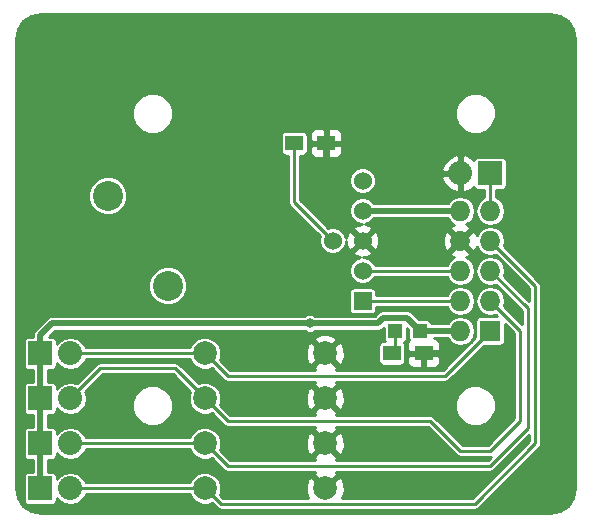
<source format=gtl>
G04 #@! TF.FileFunction,Copper,L1,Top,Signal*
%FSLAX46Y46*%
G04 Gerber Fmt 4.6, Leading zero omitted, Abs format (unit mm)*
G04 Created by KiCad (PCBNEW 4.0.1-stable) date 3/24/2016 2:30:21 AM*
%MOMM*%
G01*
G04 APERTURE LIST*
%ADD10C,0.200000*%
%ADD11C,1.524000*%
%ADD12R,1.524000X1.524000*%
%ADD13C,2.540000*%
%ADD14R,1.500000X1.300000*%
%ADD15R,2.032000X2.032000*%
%ADD16O,2.032000X2.032000*%
%ADD17R,1.727200X1.727200*%
%ADD18O,1.727200X1.727200*%
%ADD19C,1.727200*%
%ADD20C,1.998980*%
%ADD21R,1.198880X1.198880*%
%ADD22C,0.800000*%
%ADD23C,0.508000*%
%ADD24C,0.254000*%
%ADD25C,0.250000*%
G04 APERTURE END LIST*
D10*
D11*
X154305000Y-95885000D03*
D12*
X156845000Y-100965000D03*
D11*
X156845000Y-98425000D03*
X156845000Y-95885000D03*
X156845000Y-93345000D03*
X156845000Y-90805000D03*
D13*
X135255000Y-92075000D03*
X140335000Y-99695000D03*
D14*
X153750000Y-87630000D03*
X151050000Y-87630000D03*
D15*
X129540000Y-116840000D03*
D16*
X132080000Y-116840000D03*
D15*
X129540000Y-113030000D03*
D16*
X132080000Y-113030000D03*
D15*
X129540000Y-109220000D03*
D16*
X132080000Y-109220000D03*
D15*
X129540000Y-105410000D03*
D16*
X132080000Y-105410000D03*
D17*
X167640000Y-103505000D03*
D18*
X165100000Y-103505000D03*
X167640000Y-100965000D03*
X165100000Y-100965000D03*
X167640000Y-98425000D03*
X165100000Y-98425000D03*
X167640000Y-95885000D03*
D19*
X165100000Y-95885000D02*
X165100000Y-95885000D01*
D18*
X167640000Y-93345000D03*
X165100000Y-93345000D03*
D15*
X167640000Y-90170000D03*
D16*
X165100000Y-90170000D03*
D20*
X143510000Y-116840000D03*
X153670000Y-116840000D03*
X143510000Y-113030000D03*
X153670000Y-113030000D03*
X143510000Y-109220000D03*
X153670000Y-109220000D03*
X143510000Y-105410000D03*
X153670000Y-105410000D03*
D21*
X159605980Y-103505000D03*
X161704020Y-103505000D03*
D14*
X162005000Y-105410000D03*
X159305000Y-105410000D03*
D22*
X163830000Y-105410000D03*
X152400000Y-102870000D03*
D23*
X153750000Y-87630000D02*
X153750000Y-92790000D01*
X153750000Y-92790000D02*
X156845000Y-95885000D01*
X162005000Y-105410000D02*
X163830000Y-105410000D01*
D24*
X151050000Y-87630000D02*
X151050000Y-92630000D01*
X151050000Y-92630000D02*
X154305000Y-95885000D01*
X156845000Y-100965000D02*
X165100000Y-100965000D01*
X156845000Y-98425000D02*
X165100000Y-98425000D01*
D23*
X161704020Y-103505000D02*
X160596578Y-102397560D01*
X160596578Y-102397560D02*
X158587440Y-102397560D01*
X129540000Y-105410000D02*
X129540000Y-103886000D01*
X129540000Y-103886000D02*
X130556000Y-102870000D01*
X130556000Y-102870000D02*
X151765000Y-102870000D01*
X151765000Y-102870000D02*
X152400000Y-102870000D01*
X158587440Y-102397560D02*
X158115000Y-102870000D01*
X158115000Y-102870000D02*
X152400000Y-102870000D01*
X129540000Y-113030000D02*
X129540000Y-116840000D01*
X129540000Y-109220000D02*
X129540000Y-113030000D01*
X129540000Y-105410000D02*
X129540000Y-109220000D01*
X161704020Y-103505000D02*
X165100000Y-103505000D01*
D25*
X143510000Y-116840000D02*
X144834491Y-118164491D01*
X166315509Y-118164491D02*
X171450000Y-113030000D01*
X144834491Y-118164491D02*
X166315509Y-118164491D01*
X171450000Y-113030000D02*
X171450000Y-99695000D01*
X171450000Y-99695000D02*
X167640000Y-95885000D01*
X132080000Y-116840000D02*
X143510000Y-116840000D01*
X143510000Y-113030000D02*
X145415000Y-114935000D01*
X145415000Y-114935000D02*
X167640000Y-114935000D01*
X167640000Y-114935000D02*
X170815000Y-111760000D01*
X170815000Y-111760000D02*
X170815000Y-101600000D01*
X170815000Y-101600000D02*
X167640000Y-98425000D01*
X132080000Y-113030000D02*
X143510000Y-113030000D01*
X143510000Y-109220000D02*
X145415000Y-111125000D01*
X165100000Y-113665000D02*
X167640000Y-113665000D01*
X167640000Y-113665000D02*
X170180000Y-111125000D01*
X145415000Y-111125000D02*
X162560000Y-111125000D01*
X162560000Y-111125000D02*
X165100000Y-113665000D01*
X170180000Y-103505000D02*
X168503599Y-101828599D01*
X168503599Y-101828599D02*
X167640000Y-100965000D01*
X170180000Y-111125000D02*
X170180000Y-103505000D01*
X134620000Y-106680000D02*
X140970000Y-106680000D01*
X140970000Y-106680000D02*
X143510000Y-109220000D01*
X132080000Y-109220000D02*
X134620000Y-106680000D01*
X143510000Y-105410000D02*
X145415000Y-107315000D01*
X145415000Y-107315000D02*
X163830000Y-107315000D01*
X163830000Y-107315000D02*
X167640000Y-103505000D01*
X132080000Y-105410000D02*
X143510000Y-105410000D01*
D24*
X167640000Y-93345000D02*
X167640000Y-90170000D01*
X159605980Y-103505000D02*
X159605980Y-105109020D01*
X159605980Y-105109020D02*
X159305000Y-105410000D01*
D23*
X156845000Y-93345000D02*
X165100000Y-93345000D01*
D24*
G36*
X173514094Y-76822888D02*
X174187293Y-77272707D01*
X174637112Y-77945906D01*
X174804000Y-78784911D01*
X174804000Y-116795089D01*
X174637112Y-117634094D01*
X174187293Y-118307293D01*
X173514094Y-118757112D01*
X172675089Y-118924000D01*
X129584911Y-118924000D01*
X128745906Y-118757112D01*
X128072707Y-118307293D01*
X127622888Y-117634094D01*
X127456000Y-116795089D01*
X127456000Y-104394000D01*
X128135536Y-104394000D01*
X128135536Y-106426000D01*
X128162103Y-106567190D01*
X128245546Y-106696865D01*
X128372866Y-106783859D01*
X128524000Y-106814464D01*
X128905000Y-106814464D01*
X128905000Y-107815536D01*
X128524000Y-107815536D01*
X128382810Y-107842103D01*
X128253135Y-107925546D01*
X128166141Y-108052866D01*
X128135536Y-108204000D01*
X128135536Y-110236000D01*
X128162103Y-110377190D01*
X128245546Y-110506865D01*
X128372866Y-110593859D01*
X128524000Y-110624464D01*
X128905000Y-110624464D01*
X128905000Y-111625536D01*
X128524000Y-111625536D01*
X128382810Y-111652103D01*
X128253135Y-111735546D01*
X128166141Y-111862866D01*
X128135536Y-112014000D01*
X128135536Y-114046000D01*
X128162103Y-114187190D01*
X128245546Y-114316865D01*
X128372866Y-114403859D01*
X128524000Y-114434464D01*
X128905000Y-114434464D01*
X128905000Y-115435536D01*
X128524000Y-115435536D01*
X128382810Y-115462103D01*
X128253135Y-115545546D01*
X128166141Y-115672866D01*
X128135536Y-115824000D01*
X128135536Y-117856000D01*
X128162103Y-117997190D01*
X128245546Y-118126865D01*
X128372866Y-118213859D01*
X128524000Y-118244464D01*
X130556000Y-118244464D01*
X130697190Y-118217897D01*
X130826865Y-118134454D01*
X130913859Y-118007134D01*
X130944464Y-117856000D01*
X130944464Y-117647728D01*
X131064803Y-117827828D01*
X131518022Y-118130660D01*
X132052631Y-118237000D01*
X132107369Y-118237000D01*
X132641978Y-118130660D01*
X133095197Y-117827828D01*
X133398029Y-117374609D01*
X133403720Y-117346000D01*
X142225383Y-117346000D01*
X142338995Y-117620963D01*
X142726994Y-118009640D01*
X143234199Y-118220249D01*
X143783392Y-118220729D01*
X144060598Y-118106190D01*
X144476695Y-118522287D01*
X144640853Y-118631974D01*
X144834491Y-118670491D01*
X166315509Y-118670491D01*
X166509147Y-118631974D01*
X166673305Y-118522287D01*
X171807796Y-113387796D01*
X171917483Y-113223638D01*
X171956000Y-113030000D01*
X171956000Y-99695000D01*
X171917483Y-99501362D01*
X171807796Y-99337204D01*
X168800877Y-96330285D01*
X168884600Y-95909383D01*
X168884600Y-95860617D01*
X168789860Y-95384329D01*
X168520065Y-94980552D01*
X168116288Y-94710757D01*
X167640000Y-94616017D01*
X167163712Y-94710757D01*
X166759935Y-94980552D01*
X166493939Y-95378644D01*
X166382680Y-95110059D01*
X166132954Y-95031652D01*
X165279605Y-95885000D01*
X166133415Y-96738810D01*
X166382688Y-96659947D01*
X166487221Y-96370998D01*
X166490140Y-96385671D01*
X166759935Y-96789448D01*
X167163712Y-97059243D01*
X167640000Y-97153983D01*
X168101577Y-97062169D01*
X170944000Y-99904592D01*
X170944000Y-101013408D01*
X168800877Y-98870285D01*
X168884600Y-98449383D01*
X168884600Y-98400617D01*
X168789860Y-97924329D01*
X168520065Y-97520552D01*
X168116288Y-97250757D01*
X167640000Y-97156017D01*
X167163712Y-97250757D01*
X166759935Y-97520552D01*
X166490140Y-97924329D01*
X166395400Y-98400617D01*
X166395400Y-98449383D01*
X166490140Y-98925671D01*
X166759935Y-99329448D01*
X167163712Y-99599243D01*
X167640000Y-99693983D01*
X168101577Y-99602169D01*
X170309000Y-101809592D01*
X170309000Y-102918408D01*
X168800877Y-101410285D01*
X168884600Y-100989383D01*
X168884600Y-100940617D01*
X168789860Y-100464329D01*
X168520065Y-100060552D01*
X168116288Y-99790757D01*
X167640000Y-99696017D01*
X167163712Y-99790757D01*
X166759935Y-100060552D01*
X166490140Y-100464329D01*
X166395400Y-100940617D01*
X166395400Y-100989383D01*
X166490140Y-101465671D01*
X166759935Y-101869448D01*
X167163712Y-102139243D01*
X167640000Y-102233983D01*
X168101577Y-102142169D01*
X168212344Y-102252936D01*
X166776400Y-102252936D01*
X166635210Y-102279503D01*
X166505535Y-102362946D01*
X166418541Y-102490266D01*
X166387936Y-102641400D01*
X166387936Y-104041472D01*
X163620408Y-106809000D01*
X154551336Y-106809000D01*
X154642557Y-106562163D01*
X153670000Y-105589605D01*
X152697443Y-106562163D01*
X152788664Y-106809000D01*
X145624592Y-106809000D01*
X144776157Y-105960565D01*
X144890249Y-105685801D01*
X144890721Y-105145582D01*
X152024599Y-105145582D01*
X152048659Y-105795377D01*
X152251035Y-106283958D01*
X152517837Y-106382557D01*
X153490395Y-105410000D01*
X153849605Y-105410000D01*
X154822163Y-106382557D01*
X155088965Y-106283958D01*
X155315401Y-105674418D01*
X155291341Y-105024623D01*
X155088965Y-104536042D01*
X154822163Y-104437443D01*
X153849605Y-105410000D01*
X153490395Y-105410000D01*
X152517837Y-104437443D01*
X152251035Y-104536042D01*
X152024599Y-105145582D01*
X144890721Y-105145582D01*
X144890729Y-105136608D01*
X144681005Y-104629037D01*
X144310453Y-104257837D01*
X152697443Y-104257837D01*
X153670000Y-105230395D01*
X154642557Y-104257837D01*
X154543958Y-103991035D01*
X153934418Y-103764599D01*
X153284623Y-103788659D01*
X152796042Y-103991035D01*
X152697443Y-104257837D01*
X144310453Y-104257837D01*
X144293006Y-104240360D01*
X143785801Y-104029751D01*
X143236608Y-104029271D01*
X142729037Y-104238995D01*
X142340360Y-104626994D01*
X142225338Y-104904000D01*
X133403720Y-104904000D01*
X133398029Y-104875391D01*
X133095197Y-104422172D01*
X132641978Y-104119340D01*
X132107369Y-104013000D01*
X132052631Y-104013000D01*
X131518022Y-104119340D01*
X131064803Y-104422172D01*
X130944464Y-104602272D01*
X130944464Y-104394000D01*
X130917897Y-104252810D01*
X130834454Y-104123135D01*
X130707134Y-104036141D01*
X130556000Y-104005536D01*
X130318490Y-104005536D01*
X130819026Y-103505000D01*
X151930354Y-103505000D01*
X151957021Y-103531714D01*
X152243968Y-103650864D01*
X152554669Y-103651136D01*
X152841823Y-103532486D01*
X152869357Y-103505000D01*
X158115000Y-103505000D01*
X158358004Y-103456664D01*
X158564013Y-103319013D01*
X158618076Y-103264950D01*
X158618076Y-104104440D01*
X158644643Y-104245630D01*
X158725661Y-104371536D01*
X158555000Y-104371536D01*
X158413810Y-104398103D01*
X158284135Y-104481546D01*
X158197141Y-104608866D01*
X158166536Y-104760000D01*
X158166536Y-106060000D01*
X158193103Y-106201190D01*
X158276546Y-106330865D01*
X158403866Y-106417859D01*
X158555000Y-106448464D01*
X160055000Y-106448464D01*
X160196190Y-106421897D01*
X160325865Y-106338454D01*
X160412859Y-106211134D01*
X160443464Y-106060000D01*
X160443464Y-105695750D01*
X160620000Y-105695750D01*
X160620000Y-106186310D01*
X160716673Y-106419699D01*
X160895302Y-106598327D01*
X161128691Y-106695000D01*
X161719250Y-106695000D01*
X161878000Y-106536250D01*
X161878000Y-105537000D01*
X162132000Y-105537000D01*
X162132000Y-106536250D01*
X162290750Y-106695000D01*
X162881309Y-106695000D01*
X163114698Y-106598327D01*
X163293327Y-106419699D01*
X163390000Y-106186310D01*
X163390000Y-105695750D01*
X163231250Y-105537000D01*
X162132000Y-105537000D01*
X161878000Y-105537000D01*
X160778750Y-105537000D01*
X160620000Y-105695750D01*
X160443464Y-105695750D01*
X160443464Y-104760000D01*
X160416897Y-104618810D01*
X160333454Y-104489135D01*
X160310133Y-104473201D01*
X160346610Y-104466337D01*
X160476285Y-104382894D01*
X160563279Y-104255574D01*
X160593884Y-104104440D01*
X160593884Y-103292890D01*
X160716116Y-103415122D01*
X160716116Y-104104440D01*
X160742683Y-104245630D01*
X160793058Y-104323916D01*
X160716673Y-104400301D01*
X160620000Y-104633690D01*
X160620000Y-105124250D01*
X160778750Y-105283000D01*
X161878000Y-105283000D01*
X161878000Y-105263000D01*
X162132000Y-105263000D01*
X162132000Y-105283000D01*
X163231250Y-105283000D01*
X163390000Y-105124250D01*
X163390000Y-104633690D01*
X163293327Y-104400301D01*
X163114698Y-104221673D01*
X162917522Y-104140000D01*
X164039896Y-104140000D01*
X164219935Y-104409448D01*
X164623712Y-104679243D01*
X165100000Y-104773983D01*
X165576288Y-104679243D01*
X165980065Y-104409448D01*
X166249860Y-104005671D01*
X166344600Y-103529383D01*
X166344600Y-103480617D01*
X166249860Y-103004329D01*
X165980065Y-102600552D01*
X165576288Y-102330757D01*
X165100000Y-102236017D01*
X164623712Y-102330757D01*
X164219935Y-102600552D01*
X164039896Y-102870000D01*
X162685233Y-102870000D01*
X162665357Y-102764370D01*
X162581914Y-102634695D01*
X162454594Y-102547701D01*
X162303460Y-102517096D01*
X161614140Y-102517096D01*
X161045593Y-101948550D01*
X161045591Y-101948547D01*
X160839582Y-101810896D01*
X160596578Y-101762560D01*
X158587440Y-101762560D01*
X158344436Y-101810896D01*
X158138427Y-101948547D01*
X157851974Y-102235000D01*
X152869646Y-102235000D01*
X152842979Y-102208286D01*
X152556032Y-102089136D01*
X152245331Y-102088864D01*
X151958177Y-102207514D01*
X151930643Y-102235000D01*
X130556000Y-102235000D01*
X130312996Y-102283336D01*
X130106987Y-102420987D01*
X129090987Y-103436987D01*
X128953336Y-103642996D01*
X128905000Y-103886000D01*
X128905000Y-104005536D01*
X128524000Y-104005536D01*
X128382810Y-104032103D01*
X128253135Y-104115546D01*
X128166141Y-104242866D01*
X128135536Y-104394000D01*
X127456000Y-104394000D01*
X127456000Y-100021963D01*
X138683714Y-100021963D01*
X138934534Y-100628995D01*
X139398563Y-101093834D01*
X140005155Y-101345713D01*
X140661963Y-101346286D01*
X141268995Y-101095466D01*
X141733834Y-100631437D01*
X141911736Y-100203000D01*
X155694536Y-100203000D01*
X155694536Y-101727000D01*
X155721103Y-101868190D01*
X155804546Y-101997865D01*
X155931866Y-102084859D01*
X156083000Y-102115464D01*
X157607000Y-102115464D01*
X157748190Y-102088897D01*
X157877865Y-102005454D01*
X157964859Y-101878134D01*
X157995464Y-101727000D01*
X157995464Y-101473000D01*
X163955037Y-101473000D01*
X164219935Y-101869448D01*
X164623712Y-102139243D01*
X165100000Y-102233983D01*
X165576288Y-102139243D01*
X165980065Y-101869448D01*
X166249860Y-101465671D01*
X166344600Y-100989383D01*
X166344600Y-100940617D01*
X166249860Y-100464329D01*
X165980065Y-100060552D01*
X165576288Y-99790757D01*
X165100000Y-99696017D01*
X164623712Y-99790757D01*
X164219935Y-100060552D01*
X163955037Y-100457000D01*
X157995464Y-100457000D01*
X157995464Y-100203000D01*
X157968897Y-100061810D01*
X157885454Y-99932135D01*
X157758134Y-99845141D01*
X157607000Y-99814536D01*
X156083000Y-99814536D01*
X155941810Y-99841103D01*
X155812135Y-99924546D01*
X155725141Y-100051866D01*
X155694536Y-100203000D01*
X141911736Y-100203000D01*
X141985713Y-100024845D01*
X141986286Y-99368037D01*
X141735466Y-98761005D01*
X141626012Y-98651359D01*
X155701802Y-98651359D01*
X155875446Y-99071612D01*
X156196697Y-99393423D01*
X156616646Y-99567801D01*
X157071359Y-99568198D01*
X157491612Y-99394554D01*
X157813423Y-99073303D01*
X157871682Y-98933000D01*
X163955037Y-98933000D01*
X164219935Y-99329448D01*
X164623712Y-99599243D01*
X165100000Y-99693983D01*
X165576288Y-99599243D01*
X165980065Y-99329448D01*
X166249860Y-98925671D01*
X166344600Y-98449383D01*
X166344600Y-98400617D01*
X166249860Y-97924329D01*
X165980065Y-97520552D01*
X165600539Y-97266961D01*
X165874947Y-97167688D01*
X165953810Y-96918415D01*
X165100000Y-96064605D01*
X164246652Y-96917954D01*
X164325059Y-97167680D01*
X164586169Y-97275842D01*
X164219935Y-97520552D01*
X163955037Y-97917000D01*
X157871827Y-97917000D01*
X157814554Y-97778388D01*
X157493303Y-97456577D01*
X157073354Y-97282199D01*
X156879340Y-97282030D01*
X157192368Y-97266362D01*
X157576143Y-97107397D01*
X157645608Y-96865213D01*
X156845000Y-96064605D01*
X156044392Y-96865213D01*
X156113857Y-97107397D01*
X156611258Y-97284852D01*
X156198388Y-97455446D01*
X155876577Y-97776697D01*
X155702199Y-98196646D01*
X155701802Y-98651359D01*
X141626012Y-98651359D01*
X141271437Y-98296166D01*
X140664845Y-98044287D01*
X140008037Y-98043714D01*
X139401005Y-98294534D01*
X138936166Y-98758563D01*
X138684287Y-99365155D01*
X138683714Y-100021963D01*
X127456000Y-100021963D01*
X127456000Y-92401963D01*
X133603714Y-92401963D01*
X133854534Y-93008995D01*
X134318563Y-93473834D01*
X134925155Y-93725713D01*
X135581963Y-93726286D01*
X136188995Y-93475466D01*
X136653834Y-93011437D01*
X136905713Y-92404845D01*
X136906286Y-91748037D01*
X136655466Y-91141005D01*
X136191437Y-90676166D01*
X135584845Y-90424287D01*
X134928037Y-90423714D01*
X134321005Y-90674534D01*
X133856166Y-91138563D01*
X133604287Y-91745155D01*
X133603714Y-92401963D01*
X127456000Y-92401963D01*
X127456000Y-86980000D01*
X149911536Y-86980000D01*
X149911536Y-88280000D01*
X149938103Y-88421190D01*
X150021546Y-88550865D01*
X150148866Y-88637859D01*
X150300000Y-88668464D01*
X150542000Y-88668464D01*
X150542000Y-92630000D01*
X150580669Y-92824403D01*
X150690790Y-92989210D01*
X153219714Y-95518134D01*
X153162199Y-95656646D01*
X153161802Y-96111359D01*
X153335446Y-96531612D01*
X153656697Y-96853423D01*
X154076646Y-97027801D01*
X154531359Y-97028198D01*
X154951612Y-96854554D01*
X155273423Y-96533303D01*
X155447801Y-96113354D01*
X155447970Y-95919340D01*
X155463638Y-96232368D01*
X155622603Y-96616143D01*
X155864787Y-96685608D01*
X156665395Y-95885000D01*
X157024605Y-95885000D01*
X157825213Y-96685608D01*
X158067397Y-96616143D01*
X158254144Y-96092698D01*
X158232483Y-95659906D01*
X163618391Y-95659906D01*
X163645032Y-96244027D01*
X163817320Y-96659941D01*
X164067046Y-96738348D01*
X164920395Y-95885000D01*
X164066585Y-95031190D01*
X163817312Y-95110053D01*
X163618391Y-95659906D01*
X158232483Y-95659906D01*
X158226362Y-95537632D01*
X158067397Y-95153857D01*
X157825213Y-95084392D01*
X157024605Y-95885000D01*
X156665395Y-95885000D01*
X155864787Y-95084392D01*
X155622603Y-95153857D01*
X155445148Y-95651258D01*
X155274554Y-95238388D01*
X154953303Y-94916577D01*
X154533354Y-94742199D01*
X154078641Y-94741802D01*
X153938236Y-94799816D01*
X152709779Y-93571359D01*
X155701802Y-93571359D01*
X155875446Y-93991612D01*
X156196697Y-94313423D01*
X156616646Y-94487801D01*
X156810660Y-94487970D01*
X156497632Y-94503638D01*
X156113857Y-94662603D01*
X156044392Y-94904787D01*
X156845000Y-95705395D01*
X157645608Y-94904787D01*
X157576143Y-94662603D01*
X157078742Y-94485148D01*
X157491612Y-94314554D01*
X157813423Y-93993303D01*
X157818947Y-93980000D01*
X164039896Y-93980000D01*
X164219935Y-94249448D01*
X164599461Y-94503039D01*
X164325053Y-94602312D01*
X164246190Y-94851585D01*
X165100000Y-95705395D01*
X165953348Y-94852046D01*
X165874941Y-94602320D01*
X165613831Y-94494158D01*
X165980065Y-94249448D01*
X166249860Y-93845671D01*
X166344600Y-93369383D01*
X166344600Y-93320617D01*
X166249860Y-92844329D01*
X165980065Y-92440552D01*
X165576288Y-92170757D01*
X165100000Y-92076017D01*
X164623712Y-92170757D01*
X164219935Y-92440552D01*
X164039896Y-92710000D01*
X157819352Y-92710000D01*
X157814554Y-92698388D01*
X157493303Y-92376577D01*
X157073354Y-92202199D01*
X156618641Y-92201802D01*
X156198388Y-92375446D01*
X155876577Y-92696697D01*
X155702199Y-93116646D01*
X155701802Y-93571359D01*
X152709779Y-93571359D01*
X151558000Y-92419580D01*
X151558000Y-91031359D01*
X155701802Y-91031359D01*
X155875446Y-91451612D01*
X156196697Y-91773423D01*
X156616646Y-91947801D01*
X157071359Y-91948198D01*
X157491612Y-91774554D01*
X157813423Y-91453303D01*
X157987801Y-91033354D01*
X157988198Y-90578641D01*
X157977581Y-90552944D01*
X163494025Y-90552944D01*
X163693615Y-91034818D01*
X164131621Y-91507188D01*
X164717054Y-91775983D01*
X164973000Y-91657367D01*
X164973000Y-90297000D01*
X163613164Y-90297000D01*
X163494025Y-90552944D01*
X157977581Y-90552944D01*
X157814554Y-90158388D01*
X157493303Y-89836577D01*
X157374044Y-89787056D01*
X163494025Y-89787056D01*
X163613164Y-90043000D01*
X164973000Y-90043000D01*
X164973000Y-88682633D01*
X165227000Y-88682633D01*
X165227000Y-90043000D01*
X165247000Y-90043000D01*
X165247000Y-90297000D01*
X165227000Y-90297000D01*
X165227000Y-91657367D01*
X165482946Y-91775983D01*
X166068379Y-91507188D01*
X166257579Y-91303145D01*
X166262103Y-91327190D01*
X166345546Y-91456865D01*
X166472866Y-91543859D01*
X166624000Y-91574464D01*
X167132000Y-91574464D01*
X167132000Y-92191946D01*
X166759935Y-92440552D01*
X166490140Y-92844329D01*
X166395400Y-93320617D01*
X166395400Y-93369383D01*
X166490140Y-93845671D01*
X166759935Y-94249448D01*
X167163712Y-94519243D01*
X167640000Y-94613983D01*
X168116288Y-94519243D01*
X168520065Y-94249448D01*
X168789860Y-93845671D01*
X168884600Y-93369383D01*
X168884600Y-93320617D01*
X168789860Y-92844329D01*
X168520065Y-92440552D01*
X168148000Y-92191946D01*
X168148000Y-91574464D01*
X168656000Y-91574464D01*
X168797190Y-91547897D01*
X168926865Y-91464454D01*
X169013859Y-91337134D01*
X169044464Y-91186000D01*
X169044464Y-89154000D01*
X169017897Y-89012810D01*
X168934454Y-88883135D01*
X168807134Y-88796141D01*
X168656000Y-88765536D01*
X166624000Y-88765536D01*
X166482810Y-88792103D01*
X166353135Y-88875546D01*
X166266141Y-89002866D01*
X166258957Y-89038342D01*
X166068379Y-88832812D01*
X165482946Y-88564017D01*
X165227000Y-88682633D01*
X164973000Y-88682633D01*
X164717054Y-88564017D01*
X164131621Y-88832812D01*
X163693615Y-89305182D01*
X163494025Y-89787056D01*
X157374044Y-89787056D01*
X157073354Y-89662199D01*
X156618641Y-89661802D01*
X156198388Y-89835446D01*
X155876577Y-90156697D01*
X155702199Y-90576646D01*
X155701802Y-91031359D01*
X151558000Y-91031359D01*
X151558000Y-88668464D01*
X151800000Y-88668464D01*
X151941190Y-88641897D01*
X152070865Y-88558454D01*
X152157859Y-88431134D01*
X152188464Y-88280000D01*
X152188464Y-87915750D01*
X152365000Y-87915750D01*
X152365000Y-88406310D01*
X152461673Y-88639699D01*
X152640302Y-88818327D01*
X152873691Y-88915000D01*
X153464250Y-88915000D01*
X153623000Y-88756250D01*
X153623000Y-87757000D01*
X153877000Y-87757000D01*
X153877000Y-88756250D01*
X154035750Y-88915000D01*
X154626309Y-88915000D01*
X154859698Y-88818327D01*
X155038327Y-88639699D01*
X155135000Y-88406310D01*
X155135000Y-87915750D01*
X154976250Y-87757000D01*
X153877000Y-87757000D01*
X153623000Y-87757000D01*
X152523750Y-87757000D01*
X152365000Y-87915750D01*
X152188464Y-87915750D01*
X152188464Y-86980000D01*
X152164697Y-86853690D01*
X152365000Y-86853690D01*
X152365000Y-87344250D01*
X152523750Y-87503000D01*
X153623000Y-87503000D01*
X153623000Y-86503750D01*
X153877000Y-86503750D01*
X153877000Y-87503000D01*
X154976250Y-87503000D01*
X155135000Y-87344250D01*
X155135000Y-86853690D01*
X155038327Y-86620301D01*
X154859698Y-86441673D01*
X154626309Y-86345000D01*
X154035750Y-86345000D01*
X153877000Y-86503750D01*
X153623000Y-86503750D01*
X153464250Y-86345000D01*
X152873691Y-86345000D01*
X152640302Y-86441673D01*
X152461673Y-86620301D01*
X152365000Y-86853690D01*
X152164697Y-86853690D01*
X152161897Y-86838810D01*
X152078454Y-86709135D01*
X151951134Y-86622141D01*
X151800000Y-86591536D01*
X150300000Y-86591536D01*
X150158810Y-86618103D01*
X150029135Y-86701546D01*
X149942141Y-86828866D01*
X149911536Y-86980000D01*
X127456000Y-86980000D01*
X127456000Y-85432807D01*
X137333700Y-85432807D01*
X137596674Y-86069252D01*
X138083187Y-86556614D01*
X138719172Y-86820699D01*
X139407807Y-86821300D01*
X140044252Y-86558326D01*
X140531614Y-86071813D01*
X140795699Y-85435828D01*
X140795701Y-85432807D01*
X164638700Y-85432807D01*
X164901674Y-86069252D01*
X165388187Y-86556614D01*
X166024172Y-86820699D01*
X166712807Y-86821300D01*
X167349252Y-86558326D01*
X167836614Y-86071813D01*
X168100699Y-85435828D01*
X168101300Y-84747193D01*
X167838326Y-84110748D01*
X167351813Y-83623386D01*
X166715828Y-83359301D01*
X166027193Y-83358700D01*
X165390748Y-83621674D01*
X164903386Y-84108187D01*
X164639301Y-84744172D01*
X164638700Y-85432807D01*
X140795701Y-85432807D01*
X140796300Y-84747193D01*
X140533326Y-84110748D01*
X140046813Y-83623386D01*
X139410828Y-83359301D01*
X138722193Y-83358700D01*
X138085748Y-83621674D01*
X137598386Y-84108187D01*
X137334301Y-84744172D01*
X137333700Y-85432807D01*
X127456000Y-85432807D01*
X127456000Y-78784911D01*
X127622888Y-77945906D01*
X128072707Y-77272707D01*
X128745906Y-76822888D01*
X129584911Y-76656000D01*
X172675089Y-76656000D01*
X173514094Y-76822888D01*
X173514094Y-76822888D01*
G37*
X173514094Y-76822888D02*
X174187293Y-77272707D01*
X174637112Y-77945906D01*
X174804000Y-78784911D01*
X174804000Y-116795089D01*
X174637112Y-117634094D01*
X174187293Y-118307293D01*
X173514094Y-118757112D01*
X172675089Y-118924000D01*
X129584911Y-118924000D01*
X128745906Y-118757112D01*
X128072707Y-118307293D01*
X127622888Y-117634094D01*
X127456000Y-116795089D01*
X127456000Y-104394000D01*
X128135536Y-104394000D01*
X128135536Y-106426000D01*
X128162103Y-106567190D01*
X128245546Y-106696865D01*
X128372866Y-106783859D01*
X128524000Y-106814464D01*
X128905000Y-106814464D01*
X128905000Y-107815536D01*
X128524000Y-107815536D01*
X128382810Y-107842103D01*
X128253135Y-107925546D01*
X128166141Y-108052866D01*
X128135536Y-108204000D01*
X128135536Y-110236000D01*
X128162103Y-110377190D01*
X128245546Y-110506865D01*
X128372866Y-110593859D01*
X128524000Y-110624464D01*
X128905000Y-110624464D01*
X128905000Y-111625536D01*
X128524000Y-111625536D01*
X128382810Y-111652103D01*
X128253135Y-111735546D01*
X128166141Y-111862866D01*
X128135536Y-112014000D01*
X128135536Y-114046000D01*
X128162103Y-114187190D01*
X128245546Y-114316865D01*
X128372866Y-114403859D01*
X128524000Y-114434464D01*
X128905000Y-114434464D01*
X128905000Y-115435536D01*
X128524000Y-115435536D01*
X128382810Y-115462103D01*
X128253135Y-115545546D01*
X128166141Y-115672866D01*
X128135536Y-115824000D01*
X128135536Y-117856000D01*
X128162103Y-117997190D01*
X128245546Y-118126865D01*
X128372866Y-118213859D01*
X128524000Y-118244464D01*
X130556000Y-118244464D01*
X130697190Y-118217897D01*
X130826865Y-118134454D01*
X130913859Y-118007134D01*
X130944464Y-117856000D01*
X130944464Y-117647728D01*
X131064803Y-117827828D01*
X131518022Y-118130660D01*
X132052631Y-118237000D01*
X132107369Y-118237000D01*
X132641978Y-118130660D01*
X133095197Y-117827828D01*
X133398029Y-117374609D01*
X133403720Y-117346000D01*
X142225383Y-117346000D01*
X142338995Y-117620963D01*
X142726994Y-118009640D01*
X143234199Y-118220249D01*
X143783392Y-118220729D01*
X144060598Y-118106190D01*
X144476695Y-118522287D01*
X144640853Y-118631974D01*
X144834491Y-118670491D01*
X166315509Y-118670491D01*
X166509147Y-118631974D01*
X166673305Y-118522287D01*
X171807796Y-113387796D01*
X171917483Y-113223638D01*
X171956000Y-113030000D01*
X171956000Y-99695000D01*
X171917483Y-99501362D01*
X171807796Y-99337204D01*
X168800877Y-96330285D01*
X168884600Y-95909383D01*
X168884600Y-95860617D01*
X168789860Y-95384329D01*
X168520065Y-94980552D01*
X168116288Y-94710757D01*
X167640000Y-94616017D01*
X167163712Y-94710757D01*
X166759935Y-94980552D01*
X166493939Y-95378644D01*
X166382680Y-95110059D01*
X166132954Y-95031652D01*
X165279605Y-95885000D01*
X166133415Y-96738810D01*
X166382688Y-96659947D01*
X166487221Y-96370998D01*
X166490140Y-96385671D01*
X166759935Y-96789448D01*
X167163712Y-97059243D01*
X167640000Y-97153983D01*
X168101577Y-97062169D01*
X170944000Y-99904592D01*
X170944000Y-101013408D01*
X168800877Y-98870285D01*
X168884600Y-98449383D01*
X168884600Y-98400617D01*
X168789860Y-97924329D01*
X168520065Y-97520552D01*
X168116288Y-97250757D01*
X167640000Y-97156017D01*
X167163712Y-97250757D01*
X166759935Y-97520552D01*
X166490140Y-97924329D01*
X166395400Y-98400617D01*
X166395400Y-98449383D01*
X166490140Y-98925671D01*
X166759935Y-99329448D01*
X167163712Y-99599243D01*
X167640000Y-99693983D01*
X168101577Y-99602169D01*
X170309000Y-101809592D01*
X170309000Y-102918408D01*
X168800877Y-101410285D01*
X168884600Y-100989383D01*
X168884600Y-100940617D01*
X168789860Y-100464329D01*
X168520065Y-100060552D01*
X168116288Y-99790757D01*
X167640000Y-99696017D01*
X167163712Y-99790757D01*
X166759935Y-100060552D01*
X166490140Y-100464329D01*
X166395400Y-100940617D01*
X166395400Y-100989383D01*
X166490140Y-101465671D01*
X166759935Y-101869448D01*
X167163712Y-102139243D01*
X167640000Y-102233983D01*
X168101577Y-102142169D01*
X168212344Y-102252936D01*
X166776400Y-102252936D01*
X166635210Y-102279503D01*
X166505535Y-102362946D01*
X166418541Y-102490266D01*
X166387936Y-102641400D01*
X166387936Y-104041472D01*
X163620408Y-106809000D01*
X154551336Y-106809000D01*
X154642557Y-106562163D01*
X153670000Y-105589605D01*
X152697443Y-106562163D01*
X152788664Y-106809000D01*
X145624592Y-106809000D01*
X144776157Y-105960565D01*
X144890249Y-105685801D01*
X144890721Y-105145582D01*
X152024599Y-105145582D01*
X152048659Y-105795377D01*
X152251035Y-106283958D01*
X152517837Y-106382557D01*
X153490395Y-105410000D01*
X153849605Y-105410000D01*
X154822163Y-106382557D01*
X155088965Y-106283958D01*
X155315401Y-105674418D01*
X155291341Y-105024623D01*
X155088965Y-104536042D01*
X154822163Y-104437443D01*
X153849605Y-105410000D01*
X153490395Y-105410000D01*
X152517837Y-104437443D01*
X152251035Y-104536042D01*
X152024599Y-105145582D01*
X144890721Y-105145582D01*
X144890729Y-105136608D01*
X144681005Y-104629037D01*
X144310453Y-104257837D01*
X152697443Y-104257837D01*
X153670000Y-105230395D01*
X154642557Y-104257837D01*
X154543958Y-103991035D01*
X153934418Y-103764599D01*
X153284623Y-103788659D01*
X152796042Y-103991035D01*
X152697443Y-104257837D01*
X144310453Y-104257837D01*
X144293006Y-104240360D01*
X143785801Y-104029751D01*
X143236608Y-104029271D01*
X142729037Y-104238995D01*
X142340360Y-104626994D01*
X142225338Y-104904000D01*
X133403720Y-104904000D01*
X133398029Y-104875391D01*
X133095197Y-104422172D01*
X132641978Y-104119340D01*
X132107369Y-104013000D01*
X132052631Y-104013000D01*
X131518022Y-104119340D01*
X131064803Y-104422172D01*
X130944464Y-104602272D01*
X130944464Y-104394000D01*
X130917897Y-104252810D01*
X130834454Y-104123135D01*
X130707134Y-104036141D01*
X130556000Y-104005536D01*
X130318490Y-104005536D01*
X130819026Y-103505000D01*
X151930354Y-103505000D01*
X151957021Y-103531714D01*
X152243968Y-103650864D01*
X152554669Y-103651136D01*
X152841823Y-103532486D01*
X152869357Y-103505000D01*
X158115000Y-103505000D01*
X158358004Y-103456664D01*
X158564013Y-103319013D01*
X158618076Y-103264950D01*
X158618076Y-104104440D01*
X158644643Y-104245630D01*
X158725661Y-104371536D01*
X158555000Y-104371536D01*
X158413810Y-104398103D01*
X158284135Y-104481546D01*
X158197141Y-104608866D01*
X158166536Y-104760000D01*
X158166536Y-106060000D01*
X158193103Y-106201190D01*
X158276546Y-106330865D01*
X158403866Y-106417859D01*
X158555000Y-106448464D01*
X160055000Y-106448464D01*
X160196190Y-106421897D01*
X160325865Y-106338454D01*
X160412859Y-106211134D01*
X160443464Y-106060000D01*
X160443464Y-105695750D01*
X160620000Y-105695750D01*
X160620000Y-106186310D01*
X160716673Y-106419699D01*
X160895302Y-106598327D01*
X161128691Y-106695000D01*
X161719250Y-106695000D01*
X161878000Y-106536250D01*
X161878000Y-105537000D01*
X162132000Y-105537000D01*
X162132000Y-106536250D01*
X162290750Y-106695000D01*
X162881309Y-106695000D01*
X163114698Y-106598327D01*
X163293327Y-106419699D01*
X163390000Y-106186310D01*
X163390000Y-105695750D01*
X163231250Y-105537000D01*
X162132000Y-105537000D01*
X161878000Y-105537000D01*
X160778750Y-105537000D01*
X160620000Y-105695750D01*
X160443464Y-105695750D01*
X160443464Y-104760000D01*
X160416897Y-104618810D01*
X160333454Y-104489135D01*
X160310133Y-104473201D01*
X160346610Y-104466337D01*
X160476285Y-104382894D01*
X160563279Y-104255574D01*
X160593884Y-104104440D01*
X160593884Y-103292890D01*
X160716116Y-103415122D01*
X160716116Y-104104440D01*
X160742683Y-104245630D01*
X160793058Y-104323916D01*
X160716673Y-104400301D01*
X160620000Y-104633690D01*
X160620000Y-105124250D01*
X160778750Y-105283000D01*
X161878000Y-105283000D01*
X161878000Y-105263000D01*
X162132000Y-105263000D01*
X162132000Y-105283000D01*
X163231250Y-105283000D01*
X163390000Y-105124250D01*
X163390000Y-104633690D01*
X163293327Y-104400301D01*
X163114698Y-104221673D01*
X162917522Y-104140000D01*
X164039896Y-104140000D01*
X164219935Y-104409448D01*
X164623712Y-104679243D01*
X165100000Y-104773983D01*
X165576288Y-104679243D01*
X165980065Y-104409448D01*
X166249860Y-104005671D01*
X166344600Y-103529383D01*
X166344600Y-103480617D01*
X166249860Y-103004329D01*
X165980065Y-102600552D01*
X165576288Y-102330757D01*
X165100000Y-102236017D01*
X164623712Y-102330757D01*
X164219935Y-102600552D01*
X164039896Y-102870000D01*
X162685233Y-102870000D01*
X162665357Y-102764370D01*
X162581914Y-102634695D01*
X162454594Y-102547701D01*
X162303460Y-102517096D01*
X161614140Y-102517096D01*
X161045593Y-101948550D01*
X161045591Y-101948547D01*
X160839582Y-101810896D01*
X160596578Y-101762560D01*
X158587440Y-101762560D01*
X158344436Y-101810896D01*
X158138427Y-101948547D01*
X157851974Y-102235000D01*
X152869646Y-102235000D01*
X152842979Y-102208286D01*
X152556032Y-102089136D01*
X152245331Y-102088864D01*
X151958177Y-102207514D01*
X151930643Y-102235000D01*
X130556000Y-102235000D01*
X130312996Y-102283336D01*
X130106987Y-102420987D01*
X129090987Y-103436987D01*
X128953336Y-103642996D01*
X128905000Y-103886000D01*
X128905000Y-104005536D01*
X128524000Y-104005536D01*
X128382810Y-104032103D01*
X128253135Y-104115546D01*
X128166141Y-104242866D01*
X128135536Y-104394000D01*
X127456000Y-104394000D01*
X127456000Y-100021963D01*
X138683714Y-100021963D01*
X138934534Y-100628995D01*
X139398563Y-101093834D01*
X140005155Y-101345713D01*
X140661963Y-101346286D01*
X141268995Y-101095466D01*
X141733834Y-100631437D01*
X141911736Y-100203000D01*
X155694536Y-100203000D01*
X155694536Y-101727000D01*
X155721103Y-101868190D01*
X155804546Y-101997865D01*
X155931866Y-102084859D01*
X156083000Y-102115464D01*
X157607000Y-102115464D01*
X157748190Y-102088897D01*
X157877865Y-102005454D01*
X157964859Y-101878134D01*
X157995464Y-101727000D01*
X157995464Y-101473000D01*
X163955037Y-101473000D01*
X164219935Y-101869448D01*
X164623712Y-102139243D01*
X165100000Y-102233983D01*
X165576288Y-102139243D01*
X165980065Y-101869448D01*
X166249860Y-101465671D01*
X166344600Y-100989383D01*
X166344600Y-100940617D01*
X166249860Y-100464329D01*
X165980065Y-100060552D01*
X165576288Y-99790757D01*
X165100000Y-99696017D01*
X164623712Y-99790757D01*
X164219935Y-100060552D01*
X163955037Y-100457000D01*
X157995464Y-100457000D01*
X157995464Y-100203000D01*
X157968897Y-100061810D01*
X157885454Y-99932135D01*
X157758134Y-99845141D01*
X157607000Y-99814536D01*
X156083000Y-99814536D01*
X155941810Y-99841103D01*
X155812135Y-99924546D01*
X155725141Y-100051866D01*
X155694536Y-100203000D01*
X141911736Y-100203000D01*
X141985713Y-100024845D01*
X141986286Y-99368037D01*
X141735466Y-98761005D01*
X141626012Y-98651359D01*
X155701802Y-98651359D01*
X155875446Y-99071612D01*
X156196697Y-99393423D01*
X156616646Y-99567801D01*
X157071359Y-99568198D01*
X157491612Y-99394554D01*
X157813423Y-99073303D01*
X157871682Y-98933000D01*
X163955037Y-98933000D01*
X164219935Y-99329448D01*
X164623712Y-99599243D01*
X165100000Y-99693983D01*
X165576288Y-99599243D01*
X165980065Y-99329448D01*
X166249860Y-98925671D01*
X166344600Y-98449383D01*
X166344600Y-98400617D01*
X166249860Y-97924329D01*
X165980065Y-97520552D01*
X165600539Y-97266961D01*
X165874947Y-97167688D01*
X165953810Y-96918415D01*
X165100000Y-96064605D01*
X164246652Y-96917954D01*
X164325059Y-97167680D01*
X164586169Y-97275842D01*
X164219935Y-97520552D01*
X163955037Y-97917000D01*
X157871827Y-97917000D01*
X157814554Y-97778388D01*
X157493303Y-97456577D01*
X157073354Y-97282199D01*
X156879340Y-97282030D01*
X157192368Y-97266362D01*
X157576143Y-97107397D01*
X157645608Y-96865213D01*
X156845000Y-96064605D01*
X156044392Y-96865213D01*
X156113857Y-97107397D01*
X156611258Y-97284852D01*
X156198388Y-97455446D01*
X155876577Y-97776697D01*
X155702199Y-98196646D01*
X155701802Y-98651359D01*
X141626012Y-98651359D01*
X141271437Y-98296166D01*
X140664845Y-98044287D01*
X140008037Y-98043714D01*
X139401005Y-98294534D01*
X138936166Y-98758563D01*
X138684287Y-99365155D01*
X138683714Y-100021963D01*
X127456000Y-100021963D01*
X127456000Y-92401963D01*
X133603714Y-92401963D01*
X133854534Y-93008995D01*
X134318563Y-93473834D01*
X134925155Y-93725713D01*
X135581963Y-93726286D01*
X136188995Y-93475466D01*
X136653834Y-93011437D01*
X136905713Y-92404845D01*
X136906286Y-91748037D01*
X136655466Y-91141005D01*
X136191437Y-90676166D01*
X135584845Y-90424287D01*
X134928037Y-90423714D01*
X134321005Y-90674534D01*
X133856166Y-91138563D01*
X133604287Y-91745155D01*
X133603714Y-92401963D01*
X127456000Y-92401963D01*
X127456000Y-86980000D01*
X149911536Y-86980000D01*
X149911536Y-88280000D01*
X149938103Y-88421190D01*
X150021546Y-88550865D01*
X150148866Y-88637859D01*
X150300000Y-88668464D01*
X150542000Y-88668464D01*
X150542000Y-92630000D01*
X150580669Y-92824403D01*
X150690790Y-92989210D01*
X153219714Y-95518134D01*
X153162199Y-95656646D01*
X153161802Y-96111359D01*
X153335446Y-96531612D01*
X153656697Y-96853423D01*
X154076646Y-97027801D01*
X154531359Y-97028198D01*
X154951612Y-96854554D01*
X155273423Y-96533303D01*
X155447801Y-96113354D01*
X155447970Y-95919340D01*
X155463638Y-96232368D01*
X155622603Y-96616143D01*
X155864787Y-96685608D01*
X156665395Y-95885000D01*
X157024605Y-95885000D01*
X157825213Y-96685608D01*
X158067397Y-96616143D01*
X158254144Y-96092698D01*
X158232483Y-95659906D01*
X163618391Y-95659906D01*
X163645032Y-96244027D01*
X163817320Y-96659941D01*
X164067046Y-96738348D01*
X164920395Y-95885000D01*
X164066585Y-95031190D01*
X163817312Y-95110053D01*
X163618391Y-95659906D01*
X158232483Y-95659906D01*
X158226362Y-95537632D01*
X158067397Y-95153857D01*
X157825213Y-95084392D01*
X157024605Y-95885000D01*
X156665395Y-95885000D01*
X155864787Y-95084392D01*
X155622603Y-95153857D01*
X155445148Y-95651258D01*
X155274554Y-95238388D01*
X154953303Y-94916577D01*
X154533354Y-94742199D01*
X154078641Y-94741802D01*
X153938236Y-94799816D01*
X152709779Y-93571359D01*
X155701802Y-93571359D01*
X155875446Y-93991612D01*
X156196697Y-94313423D01*
X156616646Y-94487801D01*
X156810660Y-94487970D01*
X156497632Y-94503638D01*
X156113857Y-94662603D01*
X156044392Y-94904787D01*
X156845000Y-95705395D01*
X157645608Y-94904787D01*
X157576143Y-94662603D01*
X157078742Y-94485148D01*
X157491612Y-94314554D01*
X157813423Y-93993303D01*
X157818947Y-93980000D01*
X164039896Y-93980000D01*
X164219935Y-94249448D01*
X164599461Y-94503039D01*
X164325053Y-94602312D01*
X164246190Y-94851585D01*
X165100000Y-95705395D01*
X165953348Y-94852046D01*
X165874941Y-94602320D01*
X165613831Y-94494158D01*
X165980065Y-94249448D01*
X166249860Y-93845671D01*
X166344600Y-93369383D01*
X166344600Y-93320617D01*
X166249860Y-92844329D01*
X165980065Y-92440552D01*
X165576288Y-92170757D01*
X165100000Y-92076017D01*
X164623712Y-92170757D01*
X164219935Y-92440552D01*
X164039896Y-92710000D01*
X157819352Y-92710000D01*
X157814554Y-92698388D01*
X157493303Y-92376577D01*
X157073354Y-92202199D01*
X156618641Y-92201802D01*
X156198388Y-92375446D01*
X155876577Y-92696697D01*
X155702199Y-93116646D01*
X155701802Y-93571359D01*
X152709779Y-93571359D01*
X151558000Y-92419580D01*
X151558000Y-91031359D01*
X155701802Y-91031359D01*
X155875446Y-91451612D01*
X156196697Y-91773423D01*
X156616646Y-91947801D01*
X157071359Y-91948198D01*
X157491612Y-91774554D01*
X157813423Y-91453303D01*
X157987801Y-91033354D01*
X157988198Y-90578641D01*
X157977581Y-90552944D01*
X163494025Y-90552944D01*
X163693615Y-91034818D01*
X164131621Y-91507188D01*
X164717054Y-91775983D01*
X164973000Y-91657367D01*
X164973000Y-90297000D01*
X163613164Y-90297000D01*
X163494025Y-90552944D01*
X157977581Y-90552944D01*
X157814554Y-90158388D01*
X157493303Y-89836577D01*
X157374044Y-89787056D01*
X163494025Y-89787056D01*
X163613164Y-90043000D01*
X164973000Y-90043000D01*
X164973000Y-88682633D01*
X165227000Y-88682633D01*
X165227000Y-90043000D01*
X165247000Y-90043000D01*
X165247000Y-90297000D01*
X165227000Y-90297000D01*
X165227000Y-91657367D01*
X165482946Y-91775983D01*
X166068379Y-91507188D01*
X166257579Y-91303145D01*
X166262103Y-91327190D01*
X166345546Y-91456865D01*
X166472866Y-91543859D01*
X166624000Y-91574464D01*
X167132000Y-91574464D01*
X167132000Y-92191946D01*
X166759935Y-92440552D01*
X166490140Y-92844329D01*
X166395400Y-93320617D01*
X166395400Y-93369383D01*
X166490140Y-93845671D01*
X166759935Y-94249448D01*
X167163712Y-94519243D01*
X167640000Y-94613983D01*
X168116288Y-94519243D01*
X168520065Y-94249448D01*
X168789860Y-93845671D01*
X168884600Y-93369383D01*
X168884600Y-93320617D01*
X168789860Y-92844329D01*
X168520065Y-92440552D01*
X168148000Y-92191946D01*
X168148000Y-91574464D01*
X168656000Y-91574464D01*
X168797190Y-91547897D01*
X168926865Y-91464454D01*
X169013859Y-91337134D01*
X169044464Y-91186000D01*
X169044464Y-89154000D01*
X169017897Y-89012810D01*
X168934454Y-88883135D01*
X168807134Y-88796141D01*
X168656000Y-88765536D01*
X166624000Y-88765536D01*
X166482810Y-88792103D01*
X166353135Y-88875546D01*
X166266141Y-89002866D01*
X166258957Y-89038342D01*
X166068379Y-88832812D01*
X165482946Y-88564017D01*
X165227000Y-88682633D01*
X164973000Y-88682633D01*
X164717054Y-88564017D01*
X164131621Y-88832812D01*
X163693615Y-89305182D01*
X163494025Y-89787056D01*
X157374044Y-89787056D01*
X157073354Y-89662199D01*
X156618641Y-89661802D01*
X156198388Y-89835446D01*
X155876577Y-90156697D01*
X155702199Y-90576646D01*
X155701802Y-91031359D01*
X151558000Y-91031359D01*
X151558000Y-88668464D01*
X151800000Y-88668464D01*
X151941190Y-88641897D01*
X152070865Y-88558454D01*
X152157859Y-88431134D01*
X152188464Y-88280000D01*
X152188464Y-87915750D01*
X152365000Y-87915750D01*
X152365000Y-88406310D01*
X152461673Y-88639699D01*
X152640302Y-88818327D01*
X152873691Y-88915000D01*
X153464250Y-88915000D01*
X153623000Y-88756250D01*
X153623000Y-87757000D01*
X153877000Y-87757000D01*
X153877000Y-88756250D01*
X154035750Y-88915000D01*
X154626309Y-88915000D01*
X154859698Y-88818327D01*
X155038327Y-88639699D01*
X155135000Y-88406310D01*
X155135000Y-87915750D01*
X154976250Y-87757000D01*
X153877000Y-87757000D01*
X153623000Y-87757000D01*
X152523750Y-87757000D01*
X152365000Y-87915750D01*
X152188464Y-87915750D01*
X152188464Y-86980000D01*
X152164697Y-86853690D01*
X152365000Y-86853690D01*
X152365000Y-87344250D01*
X152523750Y-87503000D01*
X153623000Y-87503000D01*
X153623000Y-86503750D01*
X153877000Y-86503750D01*
X153877000Y-87503000D01*
X154976250Y-87503000D01*
X155135000Y-87344250D01*
X155135000Y-86853690D01*
X155038327Y-86620301D01*
X154859698Y-86441673D01*
X154626309Y-86345000D01*
X154035750Y-86345000D01*
X153877000Y-86503750D01*
X153623000Y-86503750D01*
X153464250Y-86345000D01*
X152873691Y-86345000D01*
X152640302Y-86441673D01*
X152461673Y-86620301D01*
X152365000Y-86853690D01*
X152164697Y-86853690D01*
X152161897Y-86838810D01*
X152078454Y-86709135D01*
X151951134Y-86622141D01*
X151800000Y-86591536D01*
X150300000Y-86591536D01*
X150158810Y-86618103D01*
X150029135Y-86701546D01*
X149942141Y-86828866D01*
X149911536Y-86980000D01*
X127456000Y-86980000D01*
X127456000Y-85432807D01*
X137333700Y-85432807D01*
X137596674Y-86069252D01*
X138083187Y-86556614D01*
X138719172Y-86820699D01*
X139407807Y-86821300D01*
X140044252Y-86558326D01*
X140531614Y-86071813D01*
X140795699Y-85435828D01*
X140795701Y-85432807D01*
X164638700Y-85432807D01*
X164901674Y-86069252D01*
X165388187Y-86556614D01*
X166024172Y-86820699D01*
X166712807Y-86821300D01*
X167349252Y-86558326D01*
X167836614Y-86071813D01*
X168100699Y-85435828D01*
X168101300Y-84747193D01*
X167838326Y-84110748D01*
X167351813Y-83623386D01*
X166715828Y-83359301D01*
X166027193Y-83358700D01*
X165390748Y-83621674D01*
X164903386Y-84108187D01*
X164639301Y-84744172D01*
X164638700Y-85432807D01*
X140795701Y-85432807D01*
X140796300Y-84747193D01*
X140533326Y-84110748D01*
X140046813Y-83623386D01*
X139410828Y-83359301D01*
X138722193Y-83358700D01*
X138085748Y-83621674D01*
X137598386Y-84108187D01*
X137334301Y-84744172D01*
X137333700Y-85432807D01*
X127456000Y-85432807D01*
X127456000Y-78784911D01*
X127622888Y-77945906D01*
X128072707Y-77272707D01*
X128745906Y-76822888D01*
X129584911Y-76656000D01*
X172675089Y-76656000D01*
X173514094Y-76822888D01*
G36*
X170944000Y-112820408D02*
X166105917Y-117658491D01*
X155109570Y-117658491D01*
X155315401Y-117104418D01*
X155291341Y-116454623D01*
X155088965Y-115966042D01*
X154822163Y-115867443D01*
X153849605Y-116840000D01*
X153863748Y-116854142D01*
X153684142Y-117033748D01*
X153670000Y-117019605D01*
X153655858Y-117033748D01*
X153476252Y-116854142D01*
X153490395Y-116840000D01*
X152517837Y-115867443D01*
X152251035Y-115966042D01*
X152024599Y-116575582D01*
X152048659Y-117225377D01*
X152228060Y-117658491D01*
X145044083Y-117658491D01*
X144776157Y-117390565D01*
X144890249Y-117115801D01*
X144890729Y-116566608D01*
X144681005Y-116059037D01*
X144293006Y-115670360D01*
X143785801Y-115459751D01*
X143236608Y-115459271D01*
X142729037Y-115668995D01*
X142340360Y-116056994D01*
X142225338Y-116334000D01*
X133403720Y-116334000D01*
X133398029Y-116305391D01*
X133095197Y-115852172D01*
X132641978Y-115549340D01*
X132107369Y-115443000D01*
X132052631Y-115443000D01*
X131518022Y-115549340D01*
X131064803Y-115852172D01*
X130944464Y-116032272D01*
X130944464Y-115824000D01*
X130917897Y-115682810D01*
X130834454Y-115553135D01*
X130707134Y-115466141D01*
X130556000Y-115435536D01*
X130175000Y-115435536D01*
X130175000Y-114434464D01*
X130556000Y-114434464D01*
X130697190Y-114407897D01*
X130826865Y-114324454D01*
X130913859Y-114197134D01*
X130944464Y-114046000D01*
X130944464Y-113837728D01*
X131064803Y-114017828D01*
X131518022Y-114320660D01*
X132052631Y-114427000D01*
X132107369Y-114427000D01*
X132641978Y-114320660D01*
X133095197Y-114017828D01*
X133398029Y-113564609D01*
X133403720Y-113536000D01*
X142225383Y-113536000D01*
X142338995Y-113810963D01*
X142726994Y-114199640D01*
X143234199Y-114410249D01*
X143783392Y-114410729D01*
X144060598Y-114296190D01*
X145057204Y-115292796D01*
X145221362Y-115402483D01*
X145415000Y-115441000D01*
X152788664Y-115441000D01*
X152697443Y-115687837D01*
X153670000Y-116660395D01*
X154642557Y-115687837D01*
X154551336Y-115441000D01*
X167640000Y-115441000D01*
X167833638Y-115402483D01*
X167997796Y-115292796D01*
X170944000Y-112346592D01*
X170944000Y-112820408D01*
X170944000Y-112820408D01*
G37*
X170944000Y-112820408D02*
X166105917Y-117658491D01*
X155109570Y-117658491D01*
X155315401Y-117104418D01*
X155291341Y-116454623D01*
X155088965Y-115966042D01*
X154822163Y-115867443D01*
X153849605Y-116840000D01*
X153863748Y-116854142D01*
X153684142Y-117033748D01*
X153670000Y-117019605D01*
X153655858Y-117033748D01*
X153476252Y-116854142D01*
X153490395Y-116840000D01*
X152517837Y-115867443D01*
X152251035Y-115966042D01*
X152024599Y-116575582D01*
X152048659Y-117225377D01*
X152228060Y-117658491D01*
X145044083Y-117658491D01*
X144776157Y-117390565D01*
X144890249Y-117115801D01*
X144890729Y-116566608D01*
X144681005Y-116059037D01*
X144293006Y-115670360D01*
X143785801Y-115459751D01*
X143236608Y-115459271D01*
X142729037Y-115668995D01*
X142340360Y-116056994D01*
X142225338Y-116334000D01*
X133403720Y-116334000D01*
X133398029Y-116305391D01*
X133095197Y-115852172D01*
X132641978Y-115549340D01*
X132107369Y-115443000D01*
X132052631Y-115443000D01*
X131518022Y-115549340D01*
X131064803Y-115852172D01*
X130944464Y-116032272D01*
X130944464Y-115824000D01*
X130917897Y-115682810D01*
X130834454Y-115553135D01*
X130707134Y-115466141D01*
X130556000Y-115435536D01*
X130175000Y-115435536D01*
X130175000Y-114434464D01*
X130556000Y-114434464D01*
X130697190Y-114407897D01*
X130826865Y-114324454D01*
X130913859Y-114197134D01*
X130944464Y-114046000D01*
X130944464Y-113837728D01*
X131064803Y-114017828D01*
X131518022Y-114320660D01*
X132052631Y-114427000D01*
X132107369Y-114427000D01*
X132641978Y-114320660D01*
X133095197Y-114017828D01*
X133398029Y-113564609D01*
X133403720Y-113536000D01*
X142225383Y-113536000D01*
X142338995Y-113810963D01*
X142726994Y-114199640D01*
X143234199Y-114410249D01*
X143783392Y-114410729D01*
X144060598Y-114296190D01*
X145057204Y-115292796D01*
X145221362Y-115402483D01*
X145415000Y-115441000D01*
X152788664Y-115441000D01*
X152697443Y-115687837D01*
X153670000Y-116660395D01*
X154642557Y-115687837D01*
X154551336Y-115441000D01*
X167640000Y-115441000D01*
X167833638Y-115402483D01*
X167997796Y-115292796D01*
X170944000Y-112346592D01*
X170944000Y-112820408D01*
G36*
X142243843Y-108669435D02*
X142129751Y-108944199D01*
X142129271Y-109493392D01*
X142338995Y-110000963D01*
X142726994Y-110389640D01*
X143234199Y-110600249D01*
X143783392Y-110600729D01*
X144060598Y-110486190D01*
X145057204Y-111482796D01*
X145221362Y-111592483D01*
X145415000Y-111631000D01*
X152788664Y-111631000D01*
X152697443Y-111877837D01*
X153670000Y-112850395D01*
X154642557Y-111877837D01*
X154551336Y-111631000D01*
X162350408Y-111631000D01*
X164742204Y-114022796D01*
X164906362Y-114132483D01*
X165100000Y-114171000D01*
X167640000Y-114171000D01*
X167700428Y-114158980D01*
X167430408Y-114429000D01*
X154551336Y-114429000D01*
X154642557Y-114182163D01*
X153670000Y-113209605D01*
X152697443Y-114182163D01*
X152788664Y-114429000D01*
X145624592Y-114429000D01*
X144776157Y-113580565D01*
X144890249Y-113305801D01*
X144890721Y-112765582D01*
X152024599Y-112765582D01*
X152048659Y-113415377D01*
X152251035Y-113903958D01*
X152517837Y-114002557D01*
X153490395Y-113030000D01*
X153849605Y-113030000D01*
X154822163Y-114002557D01*
X155088965Y-113903958D01*
X155315401Y-113294418D01*
X155291341Y-112644623D01*
X155088965Y-112156042D01*
X154822163Y-112057443D01*
X153849605Y-113030000D01*
X153490395Y-113030000D01*
X152517837Y-112057443D01*
X152251035Y-112156042D01*
X152024599Y-112765582D01*
X144890721Y-112765582D01*
X144890729Y-112756608D01*
X144681005Y-112249037D01*
X144293006Y-111860360D01*
X143785801Y-111649751D01*
X143236608Y-111649271D01*
X142729037Y-111858995D01*
X142340360Y-112246994D01*
X142225338Y-112524000D01*
X133403720Y-112524000D01*
X133398029Y-112495391D01*
X133095197Y-112042172D01*
X132641978Y-111739340D01*
X132107369Y-111633000D01*
X132052631Y-111633000D01*
X131518022Y-111739340D01*
X131064803Y-112042172D01*
X130944464Y-112222272D01*
X130944464Y-112014000D01*
X130917897Y-111872810D01*
X130834454Y-111743135D01*
X130707134Y-111656141D01*
X130556000Y-111625536D01*
X130175000Y-111625536D01*
X130175000Y-110624464D01*
X130556000Y-110624464D01*
X130697190Y-110597897D01*
X130826865Y-110514454D01*
X130913859Y-110387134D01*
X130944464Y-110236000D01*
X130944464Y-110027728D01*
X131064803Y-110207828D01*
X131518022Y-110510660D01*
X132052631Y-110617000D01*
X132107369Y-110617000D01*
X132641978Y-110510660D01*
X133095197Y-110207828D01*
X133101892Y-110197807D01*
X137333700Y-110197807D01*
X137596674Y-110834252D01*
X138083187Y-111321614D01*
X138719172Y-111585699D01*
X139407807Y-111586300D01*
X140044252Y-111323326D01*
X140531614Y-110836813D01*
X140795699Y-110200828D01*
X140796300Y-109512193D01*
X140533326Y-108875748D01*
X140046813Y-108388386D01*
X139410828Y-108124301D01*
X138722193Y-108123700D01*
X138085748Y-108386674D01*
X137598386Y-108873187D01*
X137334301Y-109509172D01*
X137333700Y-110197807D01*
X133101892Y-110197807D01*
X133398029Y-109754609D01*
X133504369Y-109220000D01*
X133398029Y-108685391D01*
X133370861Y-108644731D01*
X134829592Y-107186000D01*
X140760408Y-107186000D01*
X142243843Y-108669435D01*
X142243843Y-108669435D01*
G37*
X142243843Y-108669435D02*
X142129751Y-108944199D01*
X142129271Y-109493392D01*
X142338995Y-110000963D01*
X142726994Y-110389640D01*
X143234199Y-110600249D01*
X143783392Y-110600729D01*
X144060598Y-110486190D01*
X145057204Y-111482796D01*
X145221362Y-111592483D01*
X145415000Y-111631000D01*
X152788664Y-111631000D01*
X152697443Y-111877837D01*
X153670000Y-112850395D01*
X154642557Y-111877837D01*
X154551336Y-111631000D01*
X162350408Y-111631000D01*
X164742204Y-114022796D01*
X164906362Y-114132483D01*
X165100000Y-114171000D01*
X167640000Y-114171000D01*
X167700428Y-114158980D01*
X167430408Y-114429000D01*
X154551336Y-114429000D01*
X154642557Y-114182163D01*
X153670000Y-113209605D01*
X152697443Y-114182163D01*
X152788664Y-114429000D01*
X145624592Y-114429000D01*
X144776157Y-113580565D01*
X144890249Y-113305801D01*
X144890721Y-112765582D01*
X152024599Y-112765582D01*
X152048659Y-113415377D01*
X152251035Y-113903958D01*
X152517837Y-114002557D01*
X153490395Y-113030000D01*
X153849605Y-113030000D01*
X154822163Y-114002557D01*
X155088965Y-113903958D01*
X155315401Y-113294418D01*
X155291341Y-112644623D01*
X155088965Y-112156042D01*
X154822163Y-112057443D01*
X153849605Y-113030000D01*
X153490395Y-113030000D01*
X152517837Y-112057443D01*
X152251035Y-112156042D01*
X152024599Y-112765582D01*
X144890721Y-112765582D01*
X144890729Y-112756608D01*
X144681005Y-112249037D01*
X144293006Y-111860360D01*
X143785801Y-111649751D01*
X143236608Y-111649271D01*
X142729037Y-111858995D01*
X142340360Y-112246994D01*
X142225338Y-112524000D01*
X133403720Y-112524000D01*
X133398029Y-112495391D01*
X133095197Y-112042172D01*
X132641978Y-111739340D01*
X132107369Y-111633000D01*
X132052631Y-111633000D01*
X131518022Y-111739340D01*
X131064803Y-112042172D01*
X130944464Y-112222272D01*
X130944464Y-112014000D01*
X130917897Y-111872810D01*
X130834454Y-111743135D01*
X130707134Y-111656141D01*
X130556000Y-111625536D01*
X130175000Y-111625536D01*
X130175000Y-110624464D01*
X130556000Y-110624464D01*
X130697190Y-110597897D01*
X130826865Y-110514454D01*
X130913859Y-110387134D01*
X130944464Y-110236000D01*
X130944464Y-110027728D01*
X131064803Y-110207828D01*
X131518022Y-110510660D01*
X132052631Y-110617000D01*
X132107369Y-110617000D01*
X132641978Y-110510660D01*
X133095197Y-110207828D01*
X133101892Y-110197807D01*
X137333700Y-110197807D01*
X137596674Y-110834252D01*
X138083187Y-111321614D01*
X138719172Y-111585699D01*
X139407807Y-111586300D01*
X140044252Y-111323326D01*
X140531614Y-110836813D01*
X140795699Y-110200828D01*
X140796300Y-109512193D01*
X140533326Y-108875748D01*
X140046813Y-108388386D01*
X139410828Y-108124301D01*
X138722193Y-108123700D01*
X138085748Y-108386674D01*
X137598386Y-108873187D01*
X137334301Y-109509172D01*
X137333700Y-110197807D01*
X133101892Y-110197807D01*
X133398029Y-109754609D01*
X133504369Y-109220000D01*
X133398029Y-108685391D01*
X133370861Y-108644731D01*
X134829592Y-107186000D01*
X140760408Y-107186000D01*
X142243843Y-108669435D01*
G36*
X169674000Y-103714592D02*
X169674000Y-110915408D01*
X167430408Y-113159000D01*
X165309592Y-113159000D01*
X162917796Y-110767204D01*
X162753638Y-110657517D01*
X162560000Y-110619000D01*
X154551336Y-110619000D01*
X154642557Y-110372163D01*
X154468202Y-110197807D01*
X164638700Y-110197807D01*
X164901674Y-110834252D01*
X165388187Y-111321614D01*
X166024172Y-111585699D01*
X166712807Y-111586300D01*
X167349252Y-111323326D01*
X167836614Y-110836813D01*
X168100699Y-110200828D01*
X168101300Y-109512193D01*
X167838326Y-108875748D01*
X167351813Y-108388386D01*
X166715828Y-108124301D01*
X166027193Y-108123700D01*
X165390748Y-108386674D01*
X164903386Y-108873187D01*
X164639301Y-109509172D01*
X164638700Y-110197807D01*
X154468202Y-110197807D01*
X153670000Y-109399605D01*
X152697443Y-110372163D01*
X152788664Y-110619000D01*
X145624592Y-110619000D01*
X144776157Y-109770565D01*
X144890249Y-109495801D01*
X144890721Y-108955582D01*
X152024599Y-108955582D01*
X152048659Y-109605377D01*
X152251035Y-110093958D01*
X152517837Y-110192557D01*
X153490395Y-109220000D01*
X153849605Y-109220000D01*
X154822163Y-110192557D01*
X155088965Y-110093958D01*
X155315401Y-109484418D01*
X155291341Y-108834623D01*
X155088965Y-108346042D01*
X154822163Y-108247443D01*
X153849605Y-109220000D01*
X153490395Y-109220000D01*
X152517837Y-108247443D01*
X152251035Y-108346042D01*
X152024599Y-108955582D01*
X144890721Y-108955582D01*
X144890729Y-108946608D01*
X144681005Y-108439037D01*
X144293006Y-108050360D01*
X143785801Y-107839751D01*
X143236608Y-107839271D01*
X142959402Y-107953810D01*
X141327796Y-106322204D01*
X141163638Y-106212517D01*
X140970000Y-106174000D01*
X134620000Y-106174000D01*
X134426362Y-106212517D01*
X134262204Y-106322204D01*
X132649825Y-107934583D01*
X132641978Y-107929340D01*
X132107369Y-107823000D01*
X132052631Y-107823000D01*
X131518022Y-107929340D01*
X131064803Y-108232172D01*
X130944464Y-108412272D01*
X130944464Y-108204000D01*
X130917897Y-108062810D01*
X130834454Y-107933135D01*
X130707134Y-107846141D01*
X130556000Y-107815536D01*
X130175000Y-107815536D01*
X130175000Y-106814464D01*
X130556000Y-106814464D01*
X130697190Y-106787897D01*
X130826865Y-106704454D01*
X130913859Y-106577134D01*
X130944464Y-106426000D01*
X130944464Y-106217728D01*
X131064803Y-106397828D01*
X131518022Y-106700660D01*
X132052631Y-106807000D01*
X132107369Y-106807000D01*
X132641978Y-106700660D01*
X133095197Y-106397828D01*
X133398029Y-105944609D01*
X133403720Y-105916000D01*
X142225383Y-105916000D01*
X142338995Y-106190963D01*
X142726994Y-106579640D01*
X143234199Y-106790249D01*
X143783392Y-106790729D01*
X144060598Y-106676190D01*
X145057204Y-107672796D01*
X145221362Y-107782483D01*
X145415000Y-107821000D01*
X152788664Y-107821000D01*
X152697443Y-108067837D01*
X153670000Y-109040395D01*
X154642557Y-108067837D01*
X154551336Y-107821000D01*
X163830000Y-107821000D01*
X164023638Y-107782483D01*
X164187796Y-107672796D01*
X167103528Y-104757064D01*
X168503600Y-104757064D01*
X168644790Y-104730497D01*
X168774465Y-104647054D01*
X168861459Y-104519734D01*
X168892064Y-104368600D01*
X168892064Y-102932656D01*
X169674000Y-103714592D01*
X169674000Y-103714592D01*
G37*
X169674000Y-103714592D02*
X169674000Y-110915408D01*
X167430408Y-113159000D01*
X165309592Y-113159000D01*
X162917796Y-110767204D01*
X162753638Y-110657517D01*
X162560000Y-110619000D01*
X154551336Y-110619000D01*
X154642557Y-110372163D01*
X154468202Y-110197807D01*
X164638700Y-110197807D01*
X164901674Y-110834252D01*
X165388187Y-111321614D01*
X166024172Y-111585699D01*
X166712807Y-111586300D01*
X167349252Y-111323326D01*
X167836614Y-110836813D01*
X168100699Y-110200828D01*
X168101300Y-109512193D01*
X167838326Y-108875748D01*
X167351813Y-108388386D01*
X166715828Y-108124301D01*
X166027193Y-108123700D01*
X165390748Y-108386674D01*
X164903386Y-108873187D01*
X164639301Y-109509172D01*
X164638700Y-110197807D01*
X154468202Y-110197807D01*
X153670000Y-109399605D01*
X152697443Y-110372163D01*
X152788664Y-110619000D01*
X145624592Y-110619000D01*
X144776157Y-109770565D01*
X144890249Y-109495801D01*
X144890721Y-108955582D01*
X152024599Y-108955582D01*
X152048659Y-109605377D01*
X152251035Y-110093958D01*
X152517837Y-110192557D01*
X153490395Y-109220000D01*
X153849605Y-109220000D01*
X154822163Y-110192557D01*
X155088965Y-110093958D01*
X155315401Y-109484418D01*
X155291341Y-108834623D01*
X155088965Y-108346042D01*
X154822163Y-108247443D01*
X153849605Y-109220000D01*
X153490395Y-109220000D01*
X152517837Y-108247443D01*
X152251035Y-108346042D01*
X152024599Y-108955582D01*
X144890721Y-108955582D01*
X144890729Y-108946608D01*
X144681005Y-108439037D01*
X144293006Y-108050360D01*
X143785801Y-107839751D01*
X143236608Y-107839271D01*
X142959402Y-107953810D01*
X141327796Y-106322204D01*
X141163638Y-106212517D01*
X140970000Y-106174000D01*
X134620000Y-106174000D01*
X134426362Y-106212517D01*
X134262204Y-106322204D01*
X132649825Y-107934583D01*
X132641978Y-107929340D01*
X132107369Y-107823000D01*
X132052631Y-107823000D01*
X131518022Y-107929340D01*
X131064803Y-108232172D01*
X130944464Y-108412272D01*
X130944464Y-108204000D01*
X130917897Y-108062810D01*
X130834454Y-107933135D01*
X130707134Y-107846141D01*
X130556000Y-107815536D01*
X130175000Y-107815536D01*
X130175000Y-106814464D01*
X130556000Y-106814464D01*
X130697190Y-106787897D01*
X130826865Y-106704454D01*
X130913859Y-106577134D01*
X130944464Y-106426000D01*
X130944464Y-106217728D01*
X131064803Y-106397828D01*
X131518022Y-106700660D01*
X132052631Y-106807000D01*
X132107369Y-106807000D01*
X132641978Y-106700660D01*
X133095197Y-106397828D01*
X133398029Y-105944609D01*
X133403720Y-105916000D01*
X142225383Y-105916000D01*
X142338995Y-106190963D01*
X142726994Y-106579640D01*
X143234199Y-106790249D01*
X143783392Y-106790729D01*
X144060598Y-106676190D01*
X145057204Y-107672796D01*
X145221362Y-107782483D01*
X145415000Y-107821000D01*
X152788664Y-107821000D01*
X152697443Y-108067837D01*
X153670000Y-109040395D01*
X154642557Y-108067837D01*
X154551336Y-107821000D01*
X163830000Y-107821000D01*
X164023638Y-107782483D01*
X164187796Y-107672796D01*
X167103528Y-104757064D01*
X168503600Y-104757064D01*
X168644790Y-104730497D01*
X168774465Y-104647054D01*
X168861459Y-104519734D01*
X168892064Y-104368600D01*
X168892064Y-102932656D01*
X169674000Y-103714592D01*
M02*

</source>
